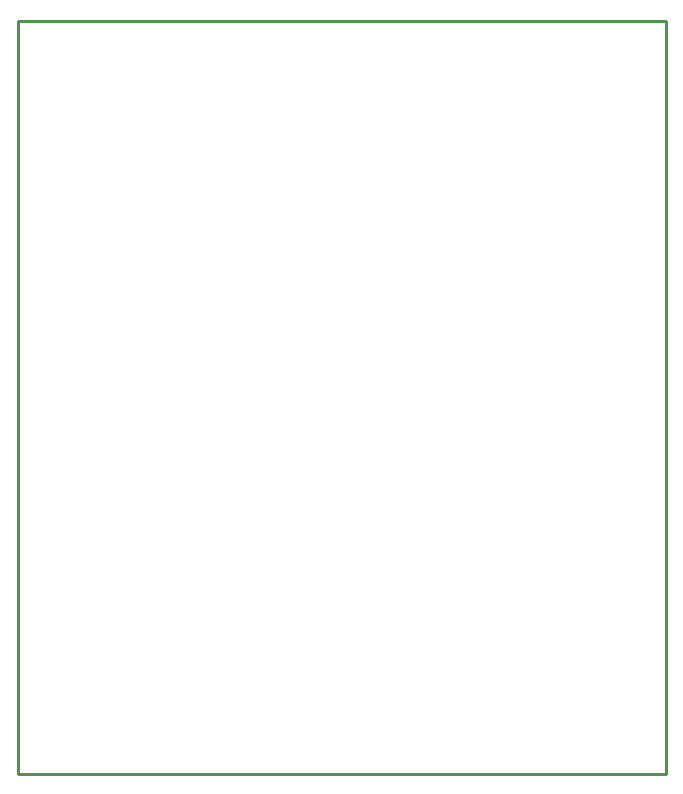
<source format=gko>
%FSTAX23Y23*%
%MOIN*%
%SFA1B1*%

%IPPOS*%
%ADD13C,0.010000*%
%LNpcb_bug_v2-1*%
%LPD*%
G54D13*
X02035Y0395D02*
X04195D01*
Y0144*
X02035D02*
X04195D01*
X02035Y0395D02*
Y0144D01*
M02*
</source>
